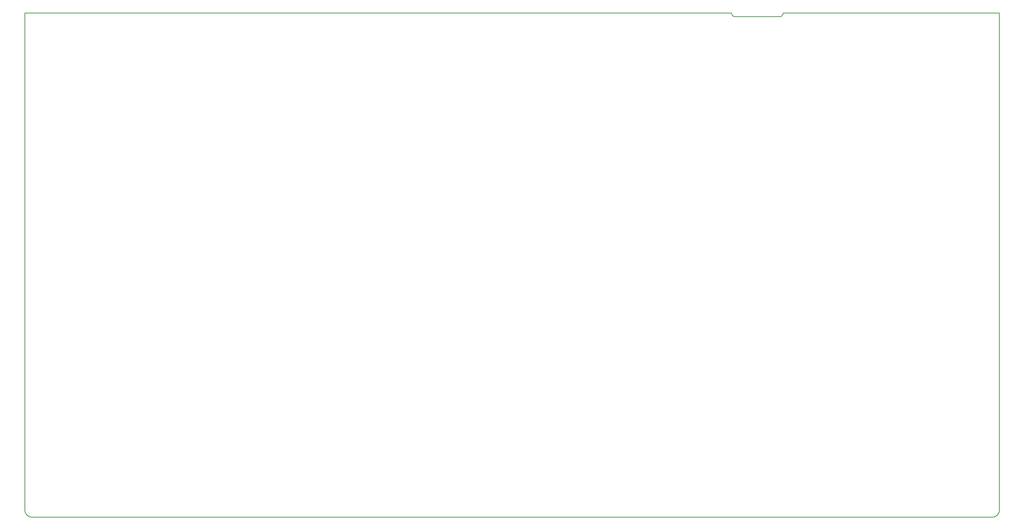
<source format=gbp>
%FSLAX24Y24*%
%MOIN*%
G70*
G01*
G75*
%ADD10C,0.0100*%
%ADD11R,0.0380X0.0380*%
%ADD12O,0.0630X0.0110*%
%ADD13R,0.0500X0.0650*%
%ADD14O,0.0189X0.0787*%
%ADD15O,0.0787X0.0189*%
%ADD16R,0.0189X0.0787*%
%ADD17R,0.0500X0.0600*%
%ADD18R,0.0600X0.0500*%
%ADD19R,0.1200X0.0900*%
%ADD20R,0.1614X0.0827*%
%ADD21R,0.0600X0.1250*%
%ADD22R,0.1250X0.0600*%
%ADD23O,0.0110X0.0669*%
%ADD24R,0.0110X0.0669*%
%ADD25O,0.0110X0.0709*%
%ADD26O,0.0157X0.0701*%
%ADD27R,0.0157X0.0701*%
%ADD28O,0.0138X0.0846*%
%ADD29R,0.0709X0.1378*%
%ADD30R,0.1378X0.0709*%
%ADD31R,0.0709X0.1575*%
%ADD32R,0.0709X0.0110*%
%ADD33O,0.0709X0.0110*%
%ADD34O,0.0709X0.0110*%
%ADD35R,0.0600X0.0600*%
%ADD36R,0.1575X0.1181*%
%ADD37R,0.0138X0.0846*%
%ADD38R,0.0551X0.0492*%
%ADD39O,0.0701X0.0157*%
%ADD40R,0.0800X0.0800*%
%ADD41R,0.0787X0.0512*%
%ADD42R,0.0945X0.0906*%
%ADD43O,0.0787X0.0177*%
%ADD44R,0.0787X0.0177*%
%ADD45O,0.0110X0.0630*%
%ADD46R,0.0110X0.0630*%
%ADD47C,0.0400*%
%ADD48R,0.0433X0.0787*%
%ADD49R,0.0787X0.0787*%
%ADD50R,0.0787X0.0394*%
%ADD51R,0.0236X0.0433*%
%ADD52R,0.0472X0.0315*%
%ADD53R,0.0492X0.0551*%
%ADD54R,0.0600X0.1000*%
%ADD55R,0.0380X0.0425*%
%ADD56R,0.0630X0.0110*%
%ADD57O,0.0630X0.0110*%
%ADD58C,0.0120*%
%ADD59C,0.0110*%
%ADD60C,0.0400*%
%ADD61C,0.0500*%
%ADD62C,0.0150*%
%ADD63C,0.0200*%
%ADD64C,0.0080*%
%ADD65C,0.0600*%
%ADD66C,0.1000*%
%ADD67C,0.0320*%
%ADD68C,0.0300*%
%ADD69C,0.0290*%
%ADD70C,0.0380*%
%ADD71C,0.0390*%
%ADD72C,0.0180*%
%ADD73C,0.0130*%
%ADD74C,0.0250*%
%ADD75C,0.0280*%
%ADD76C,0.0170*%
%ADD77C,0.0140*%
%ADD78C,0.0220*%
%ADD79C,0.0090*%
%ADD80C,0.0157*%
%ADD81C,0.0310*%
%ADD82C,0.0270*%
%ADD83C,0.0350*%
%ADD84R,0.5050X0.4500*%
%ADD85R,0.5050X0.9550*%
%ADD86R,0.1350X0.1400*%
%ADD87R,0.0300X0.1229*%
%ADD88R,0.0670X0.0700*%
%ADD89C,0.0620*%
%ADD90P,0.0620X8X0*%
%ADD91C,0.0787*%
%ADD92C,0.0906*%
%ADD93C,0.1000*%
%ADD94C,0.0650*%
%ADD95C,0.0600*%
%ADD96C,0.0500*%
%ADD97C,0.0945*%
%ADD98C,0.1181*%
%ADD99C,0.0118*%
%ADD100C,0.0060*%
%ADD101C,0.0098*%
%ADD102C,0.0079*%
%ADD103C,0.0070*%
%ADD104C,0.0160*%
%ADD105R,0.0130X0.0360*%
%ADD106R,0.0430X0.3100*%
%ADD107R,0.1500X0.0500*%
%ADD108R,0.0300X0.0500*%
D10*
X31275Y44075D02*
X31280Y43977D01*
X31294Y43880D01*
X31318Y43785D01*
X31351Y43692D01*
X31393Y43604D01*
X31444Y43519D01*
X31502Y43441D01*
X31568Y43368D01*
X31641Y43302D01*
X31719Y43244D01*
X31804Y43193D01*
X31892Y43151D01*
X31985Y43118D01*
X32080Y43094D01*
X32177Y43080D01*
X32275Y43075D01*
X165475D02*
X165573Y43080D01*
X165670Y43094D01*
X165765Y43118D01*
X165858Y43151D01*
X165946Y43193D01*
X166031Y43244D01*
X166109Y43302D01*
X166182Y43368D01*
X166248Y43441D01*
X166306Y43519D01*
X166357Y43604D01*
X166399Y43692D01*
X166432Y43785D01*
X166456Y43880D01*
X166470Y43977D01*
X166475Y44075D01*
X129325Y113125D02*
X129335Y113027D01*
X129363Y112934D01*
X129409Y112847D01*
X129471Y112771D01*
X129547Y112709D01*
X129634Y112663D01*
X129727Y112635D01*
X129825Y112625D01*
X135975D02*
X136073Y112635D01*
X136166Y112663D01*
X136253Y112709D01*
X136329Y112771D01*
X136391Y112847D01*
X136437Y112934D01*
X136465Y113027D01*
X136475Y113125D01*
X166475D01*
X129825Y112625D02*
X135975D01*
X166475Y44075D02*
Y113125D01*
X31275Y44075D02*
Y113125D01*
X129325D01*
X32275Y43075D02*
X165475D01*
M02*

</source>
